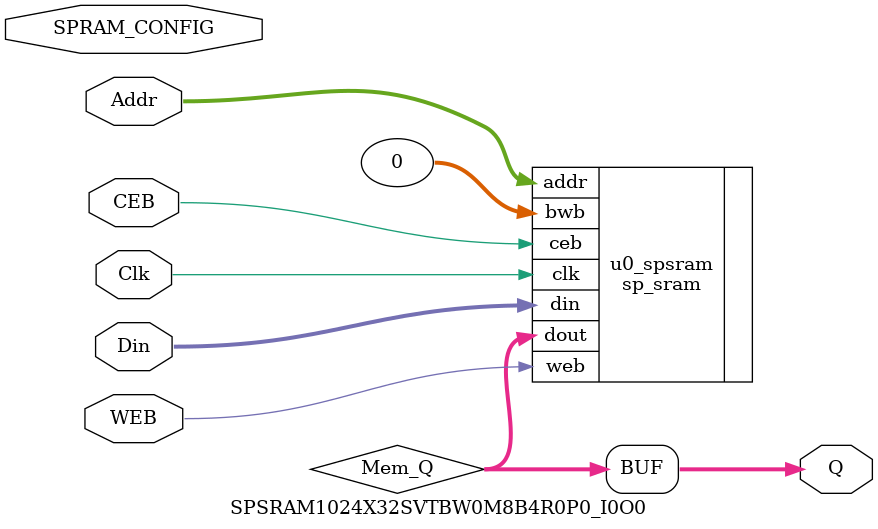
<source format=v>


module SPSRAM1024X32SVTBW0M8B4R0P0_I0O0 #(
    parameter MEM_DEPTH   =1024,
    parameter ADDR_WIDTH  =10,
    parameter DATA_WIDTH  =32
)(
    input                          Clk,
    input       [ADDR_WIDTH-1:0]   Addr,
    input       [DATA_WIDTH-1:0]   Din,
    input                          CEB,
    input                          WEB,
    input       [6:0]             SPRAM_CONFIG,
    output      [DATA_WIDTH-1:0]   Q
);

//signals define
wire [DATA_WIDTH-1:0]   Mem_Q;

//memory instance define
`ifdef SIM
 sp_sram  #(
  .MEM_DEPTH (MEM_DEPTH),
  .ADDR_WIDTH (ADDR_WIDTH),
  .DATA_WIDTH (DATA_WIDTH)
 ) u0_spsram (
   .clk       (Clk),
   .addr      (Addr),
   .din       (Din),
   .bwb        ({DATA_WIDTH{1'b0}}),
   .ceb        (CEB),
   .web        (WEB),
   .dout      (Mem_Q)
 );
`else
   `ifdef FPGA
         sp_sram  #(
          .MEM_DEPTH (MEM_DEPTH),
          .ADDR_WIDTH (ADDR_WIDTH),
          .DATA_WIDTH (DATA_WIDTH)
         ) u0_spsram (
           .clk       (Clk),
           .addr      (Addr),
           .din       (Din),
           .bwb        ({DATA_WIDTH{1'b0}}),
           .ceb        (CEB),
           .web        (WEB),
           .dout      (Mem_Q)
         );
   `else 
         `ifdef TSMC_6NM_6T_LVT
            SPSRAM1024X32SVTBW0M8B4R0P0   u0_spsram (
              .clk       (Clk),
              .addr      (Addr),
              .din       (Din),
              .ceb        (CEB),
              .web        (WEB),
              .dout      (Mem_Q)
            );
         `elsif UMC_28HPC_ARMMEM
            spsram_1024x32   u0_spsram (
              .CLK       (Clk),
              .A         (Addr),
              .D         (Din),
              .CEN       (CEB),
              .WEN       (WEB),
              .EMA        (SPRAM_CONFIG[2:0]),
              .EMAW       (SPRAM_CONFIG[4:3]),
              .EMAS       (SPRAM_CONFIG[5]),
              .RET1N      (SPRAM_CONFIG[6]),
              .TEN        (1'b1),
              .TCEN       (1'b1),
              .TWEN       (1'b1),
              .TA         ({ADDR_WIDTH{1'b0}}),
              .TD         ({DATA_WIDTH{1'b0}}),
              .SI         (2'b0),
              .SE         (1'b0),
              .DFTRAMBYP  (1'b0),
              .CENY      (),
              .WENY      (),
              .AY        (),
              .SO        (),
              .Q          (Mem_Q)
            );
         `else
           sp_sram  #(
            .MEM_DEPTH (MEM_DEPTH),
            .ADDR_WIDTH (ADDR_WIDTH),
            .DATA_WIDTH (DATA_WIDTH)
           ) u0_spsram (
             .clk       (Clk),
             .addr      (Addr),
             .din       (Din),
             .bwb        ({DATA_WIDTH{1'b0}}),
             .ceb        (CEB),
             .web        (WEB),
             .dout      (Mem_Q)
           );
         `endif
   `endif
`endif

//output 0 pipeline
assign Q = Mem_Q;

endmodule

</source>
